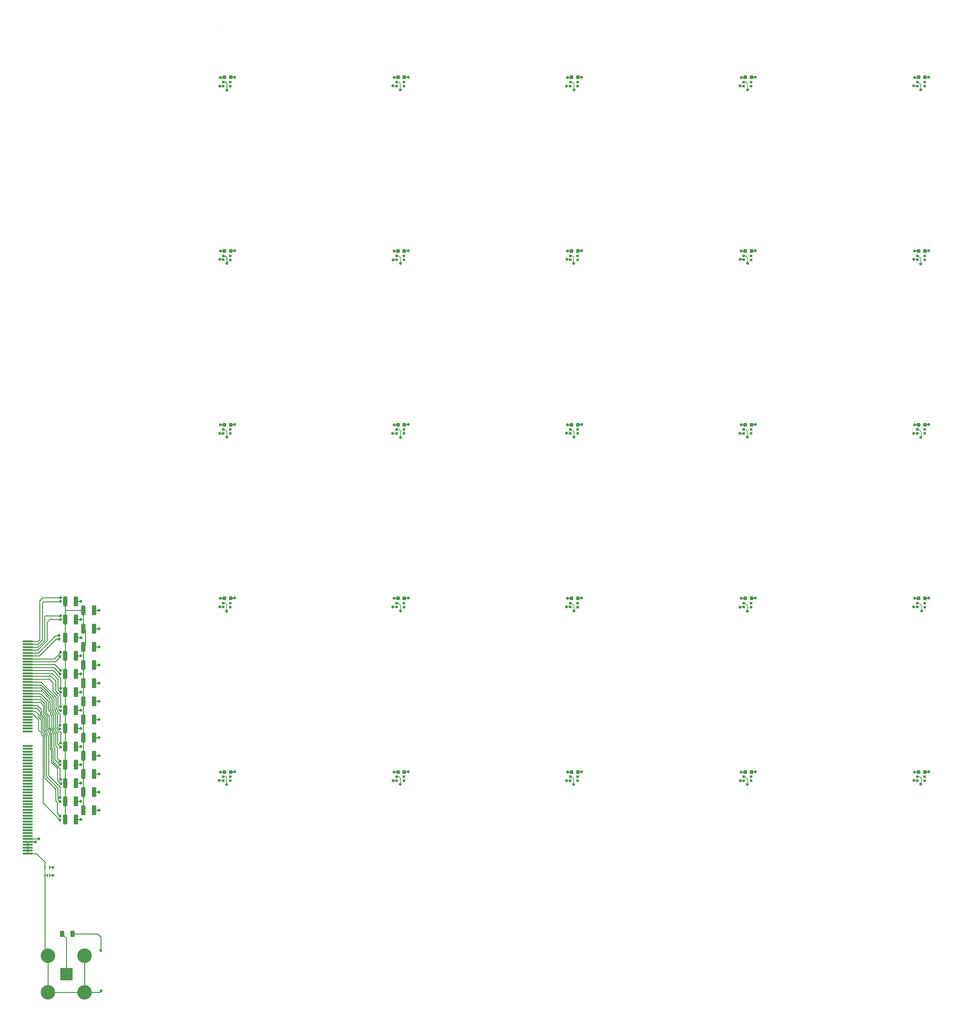
<source format=gbr>
%TF.GenerationSoftware,KiCad,Pcbnew,8.0.2-1*%
%TF.CreationDate,2024-06-03T22:08:22-04:00*%
%TF.ProjectId,Untitled,556e7469-746c-4656-942e-6b696361645f,rev?*%
%TF.SameCoordinates,Original*%
%TF.FileFunction,Copper,L1,Top*%
%TF.FilePolarity,Positive*%
%FSLAX46Y46*%
G04 Gerber Fmt 4.6, Leading zero omitted, Abs format (unit mm)*
G04 Created by KiCad (PCBNEW 8.0.2-1) date 2024-06-03 22:08:22*
%MOMM*%
%LPD*%
G01*
G04 APERTURE LIST*
G04 Aperture macros list*
%AMRoundRect*
0 Rectangle with rounded corners*
0 $1 Rounding radius*
0 $2 $3 $4 $5 $6 $7 $8 $9 X,Y pos of 4 corners*
0 Add a 4 corners polygon primitive as box body*
4,1,4,$2,$3,$4,$5,$6,$7,$8,$9,$2,$3,0*
0 Add four circle primitives for the rounded corners*
1,1,$1+$1,$2,$3*
1,1,$1+$1,$4,$5*
1,1,$1+$1,$6,$7*
1,1,$1+$1,$8,$9*
0 Add four rect primitives between the rounded corners*
20,1,$1+$1,$2,$3,$4,$5,0*
20,1,$1+$1,$4,$5,$6,$7,0*
20,1,$1+$1,$6,$7,$8,$9,0*
20,1,$1+$1,$8,$9,$2,$3,0*%
G04 Aperture macros list end*
%TA.AperFunction,SMDPad,CuDef*%
%ADD10R,0.700000X0.700000*%
%TD*%
%TA.AperFunction,SMDPad,CuDef*%
%ADD11RoundRect,0.237500X-0.287500X-0.237500X0.287500X-0.237500X0.287500X0.237500X-0.287500X0.237500X0*%
%TD*%
%TA.AperFunction,ComponentPad*%
%ADD12R,3.500000X3.500000*%
%TD*%
%TA.AperFunction,ComponentPad*%
%ADD13C,4.000000*%
%TD*%
%TA.AperFunction,SMDPad,CuDef*%
%ADD14RoundRect,0.250000X-0.312500X-0.625000X0.312500X-0.625000X0.312500X0.625000X-0.312500X0.625000X0*%
%TD*%
%TA.AperFunction,SMDPad,CuDef*%
%ADD15RoundRect,0.250000X-0.325000X-1.100000X0.325000X-1.100000X0.325000X1.100000X-0.325000X1.100000X0*%
%TD*%
%TA.AperFunction,ConnectorPad*%
%ADD16R,2.800000X0.550000*%
%TD*%
%TA.AperFunction,SMDPad,CuDef*%
%ADD17RoundRect,0.087500X-0.087500X-0.337500X0.087500X-0.337500X0.087500X0.337500X-0.087500X0.337500X0*%
%TD*%
%TA.AperFunction,ViaPad*%
%ADD18C,0.800000*%
%TD*%
%TA.AperFunction,Conductor*%
%ADD19C,0.250000*%
%TD*%
%TA.AperFunction,Conductor*%
%ADD20C,0.200000*%
%TD*%
G04 APERTURE END LIST*
D10*
%TO.P,REF\u002A\u002A21,4*%
%TO.N,N/C*%
X156002500Y-264200000D03*
%TO.P,REF\u002A\u002A21,3*%
X153977500Y-264150000D03*
D11*
%TO.P,REF\u002A\u002A21,2*%
X156125000Y-261765000D03*
D10*
X153977500Y-263100000D03*
%TO.P,REF\u002A\u002A21,1*%
X156002500Y-263100000D03*
D11*
X154375000Y-261765000D03*
%TD*%
D10*
%TO.P,REF\u002A\u002A20,4*%
%TO.N,N/C*%
X108202500Y-264200000D03*
%TO.P,REF\u002A\u002A20,3*%
X106177500Y-264150000D03*
D11*
%TO.P,REF\u002A\u002A20,2*%
X108325000Y-261765000D03*
D10*
X106177500Y-263100000D03*
%TO.P,REF\u002A\u002A20,1*%
X108202500Y-263100000D03*
D11*
X106575000Y-261765000D03*
%TD*%
D10*
%TO.P,REF\u002A\u002A5,4*%
%TO.N,N/C*%
X108202500Y-120800000D03*
%TO.P,REF\u002A\u002A5,3*%
X106177500Y-120750000D03*
D11*
%TO.P,REF\u002A\u002A5,2*%
X108325000Y-118365000D03*
D10*
X106177500Y-119700000D03*
%TO.P,REF\u002A\u002A5,1*%
X108202500Y-119700000D03*
D11*
X106575000Y-118365000D03*
%TD*%
D10*
%TO.P,REF\u002A\u002A3,4*%
%TO.N,N/C*%
X251602500Y-73000000D03*
%TO.P,REF\u002A\u002A3,3*%
X249577500Y-72950000D03*
D11*
%TO.P,REF\u002A\u002A3,2*%
X251725000Y-70565000D03*
D10*
X249577500Y-71900000D03*
%TO.P,REF\u002A\u002A3,1*%
X251602500Y-71900000D03*
D11*
X249975000Y-70565000D03*
%TD*%
D10*
%TO.P,REF\u002A\u002A4,4*%
%TO.N,N/C*%
X299402500Y-73000000D03*
%TO.P,REF\u002A\u002A4,3*%
X297377500Y-72950000D03*
D11*
%TO.P,REF\u002A\u002A4,2*%
X299525000Y-70565000D03*
D10*
X297377500Y-71900000D03*
%TO.P,REF\u002A\u002A4,1*%
X299402500Y-71900000D03*
D11*
X297775000Y-70565000D03*
%TD*%
D12*
%TO.P,LEDs,1*%
%TO.N,N/C*%
X63000000Y-317400000D03*
D13*
%TO.P,LEDs,2*%
X57975000Y-322425000D03*
X68025000Y-322425000D03*
X57975000Y-312375000D03*
X68025000Y-312375000D03*
%TD*%
D10*
%TO.P,REF\u002A\u002A2,4*%
%TO.N,N/C*%
X203802500Y-73000000D03*
%TO.P,REF\u002A\u002A2,3*%
X201777500Y-72950000D03*
D11*
%TO.P,REF\u002A\u002A2,2*%
X203925000Y-70565000D03*
D10*
X201777500Y-71900000D03*
%TO.P,REF\u002A\u002A2,1*%
X203802500Y-71900000D03*
D11*
X202175000Y-70565000D03*
%TD*%
D10*
%TO.P,REF\u002A\u002A19,4*%
%TO.N,N/C*%
X299402500Y-216400000D03*
%TO.P,REF\u002A\u002A19,3*%
X297377500Y-216350000D03*
D11*
%TO.P,REF\u002A\u002A19,2*%
X299525000Y-213965000D03*
D10*
X297377500Y-215300000D03*
%TO.P,REF\u002A\u002A19,1*%
X299402500Y-215300000D03*
D11*
X297775000Y-213965000D03*
%TD*%
D10*
%TO.P,REF\u002A\u002A7,4*%
%TO.N,N/C*%
X203802500Y-120800000D03*
%TO.P,REF\u002A\u002A7,3*%
X201777500Y-120750000D03*
D11*
%TO.P,REF\u002A\u002A7,2*%
X203925000Y-118365000D03*
D10*
X201777500Y-119700000D03*
%TO.P,REF\u002A\u002A7,1*%
X203802500Y-119700000D03*
D11*
X202175000Y-118365000D03*
%TD*%
D10*
%TO.P,REF\u002A\u002A8,4*%
%TO.N,N/C*%
X251602500Y-120800000D03*
%TO.P,REF\u002A\u002A8,3*%
X249577500Y-120750000D03*
D11*
%TO.P,REF\u002A\u002A8,2*%
X251725000Y-118365000D03*
D10*
X249577500Y-119700000D03*
%TO.P,REF\u002A\u002A8,1*%
X251602500Y-119700000D03*
D11*
X249975000Y-118365000D03*
%TD*%
D10*
%TO.P,REF\u002A\u002A14,4*%
%TO.N,N/C*%
X299402500Y-168600000D03*
%TO.P,REF\u002A\u002A14,3*%
X297377500Y-168550000D03*
D11*
%TO.P,REF\u002A\u002A14,2*%
X299525000Y-166165000D03*
D10*
X297377500Y-167500000D03*
%TO.P,REF\u002A\u002A14,1*%
X299402500Y-167500000D03*
D11*
X297775000Y-166165000D03*
%TD*%
D10*
%TO.P,REF\u002A\u002A23,4*%
%TO.N,N/C*%
X251602500Y-264200000D03*
%TO.P,REF\u002A\u002A23,3*%
X249577500Y-264150000D03*
D11*
%TO.P,REF\u002A\u002A23,2*%
X251725000Y-261765000D03*
D10*
X249577500Y-263100000D03*
%TO.P,REF\u002A\u002A23,1*%
X251602500Y-263100000D03*
D11*
X249975000Y-261765000D03*
%TD*%
D10*
%TO.P,REF\u002A\u002A24,4*%
%TO.N,N/C*%
X299402500Y-264200000D03*
%TO.P,REF\u002A\u002A24,3*%
X297377500Y-264150000D03*
D11*
%TO.P,REF\u002A\u002A24,2*%
X299525000Y-261765000D03*
D10*
X297377500Y-263100000D03*
%TO.P,REF\u002A\u002A24,1*%
X299402500Y-263100000D03*
D11*
X297775000Y-261765000D03*
%TD*%
D10*
%TO.P,REF\u002A\u002A16,4*%
%TO.N,N/C*%
X156002500Y-216400000D03*
%TO.P,REF\u002A\u002A16,3*%
X153977500Y-216350000D03*
D11*
%TO.P,REF\u002A\u002A16,2*%
X156125000Y-213965000D03*
D10*
X153977500Y-215300000D03*
%TO.P,REF\u002A\u002A16,1*%
X156002500Y-215300000D03*
D11*
X154375000Y-213965000D03*
%TD*%
D10*
%TO.P,REF\u002A\u002A10,4*%
%TO.N,N/C*%
X108202500Y-168600000D03*
%TO.P,REF\u002A\u002A10,3*%
X106177500Y-168550000D03*
D11*
%TO.P,REF\u002A\u002A10,2*%
X108325000Y-166165000D03*
D10*
X106177500Y-167500000D03*
%TO.P,REF\u002A\u002A10,1*%
X108202500Y-167500000D03*
D11*
X106575000Y-166165000D03*
%TD*%
D10*
%TO.P,REF\u002A\u002A6,4*%
%TO.N,N/C*%
X156002500Y-120800000D03*
%TO.P,REF\u002A\u002A6,3*%
X153977500Y-120750000D03*
D11*
%TO.P,REF\u002A\u002A6,2*%
X156125000Y-118365000D03*
D10*
X153977500Y-119700000D03*
%TO.P,REF\u002A\u002A6,1*%
X156002500Y-119700000D03*
D11*
X154375000Y-118365000D03*
%TD*%
D10*
%TO.P,REF\u002A\u002A17,4*%
%TO.N,N/C*%
X203802500Y-216400000D03*
%TO.P,REF\u002A\u002A17,3*%
X201777500Y-216350000D03*
D11*
%TO.P,REF\u002A\u002A17,2*%
X203925000Y-213965000D03*
D10*
X201777500Y-215300000D03*
%TO.P,REF\u002A\u002A17,1*%
X203802500Y-215300000D03*
D11*
X202175000Y-213965000D03*
%TD*%
D10*
%TO.P,REF\u002A\u002A12,4*%
%TO.N,N/C*%
X203802500Y-168600000D03*
%TO.P,REF\u002A\u002A12,3*%
X201777500Y-168550000D03*
D11*
%TO.P,REF\u002A\u002A12,2*%
X203925000Y-166165000D03*
D10*
X201777500Y-167500000D03*
%TO.P,REF\u002A\u002A12,1*%
X203802500Y-167500000D03*
D11*
X202175000Y-166165000D03*
%TD*%
D10*
%TO.P,REF\u002A\u002A22,4*%
%TO.N,N/C*%
X203802500Y-264200000D03*
%TO.P,REF\u002A\u002A22,3*%
X201777500Y-264150000D03*
D11*
%TO.P,REF\u002A\u002A22,2*%
X203925000Y-261765000D03*
D10*
X201777500Y-263100000D03*
%TO.P,REF\u002A\u002A22,1*%
X203802500Y-263100000D03*
D11*
X202175000Y-261765000D03*
%TD*%
D10*
%TO.P,REF\u002A\u002A15,4*%
%TO.N,N/C*%
X108202500Y-216400000D03*
%TO.P,REF\u002A\u002A15,3*%
X106177500Y-216350000D03*
D11*
%TO.P,REF\u002A\u002A15,2*%
X108325000Y-213965000D03*
D10*
X106177500Y-215300000D03*
%TO.P,REF\u002A\u002A15,1*%
X108202500Y-215300000D03*
D11*
X106575000Y-213965000D03*
%TD*%
D14*
%TO.P,50 \u03A9,1*%
%TO.N,N/C*%
X61837500Y-306300000D03*
%TO.P,50 \u03A9,2*%
X64762500Y-306300000D03*
%TD*%
D10*
%TO.P,REF\u002A\u002A9,4*%
%TO.N,N/C*%
X299402500Y-120800000D03*
%TO.P,REF\u002A\u002A9,3*%
X297377500Y-120750000D03*
D11*
%TO.P,REF\u002A\u002A9,2*%
X299525000Y-118365000D03*
D10*
X297377500Y-119700000D03*
%TO.P,REF\u002A\u002A9,1*%
X299402500Y-119700000D03*
D11*
X297775000Y-118365000D03*
%TD*%
D10*
%TO.P,REF\u002A\u002A13,4*%
%TO.N,N/C*%
X251602500Y-168600000D03*
%TO.P,REF\u002A\u002A13,3*%
X249577500Y-168550000D03*
D11*
%TO.P,REF\u002A\u002A13,2*%
X251725000Y-166165000D03*
D10*
X249577500Y-167500000D03*
%TO.P,REF\u002A\u002A13,1*%
X251602500Y-167500000D03*
D11*
X249975000Y-166165000D03*
%TD*%
D10*
%TO.P,REF\u002A\u002A1,4*%
%TO.N,N/C*%
X156002500Y-73000000D03*
%TO.P,REF\u002A\u002A1,3*%
X153977500Y-72950000D03*
D11*
%TO.P,REF\u002A\u002A1,2*%
X156125000Y-70565000D03*
D10*
X153977500Y-71900000D03*
%TO.P,REF\u002A\u002A1,1*%
X156002500Y-71900000D03*
D11*
X154375000Y-70565000D03*
%TD*%
D10*
%TO.P,REF\u002A\u002A18,4*%
%TO.N,N/C*%
X251602500Y-216400000D03*
%TO.P,REF\u002A\u002A18,3*%
X249577500Y-216350000D03*
D11*
%TO.P,REF\u002A\u002A18,2*%
X251725000Y-213965000D03*
D10*
X249577500Y-215300000D03*
%TO.P,REF\u002A\u002A18,1*%
X251602500Y-215300000D03*
D11*
X249975000Y-213965000D03*
%TD*%
D10*
%TO.P,REF\u002A\u002A,4*%
%TO.N,N/C*%
X108202500Y-73000000D03*
%TO.P,REF\u002A\u002A,3*%
X106177500Y-72950000D03*
D11*
%TO.P,REF\u002A\u002A,2*%
X108325000Y-70565000D03*
D10*
X106177500Y-71900000D03*
%TO.P,REF\u002A\u002A,1*%
X108202500Y-71900000D03*
D11*
X106575000Y-70565000D03*
%TD*%
D10*
%TO.P,REF\u002A\u002A11,4*%
%TO.N,N/C*%
X156002500Y-168600000D03*
%TO.P,REF\u002A\u002A11,3*%
X153977500Y-168550000D03*
D11*
%TO.P,REF\u002A\u002A11,2*%
X156125000Y-166165000D03*
D10*
X153977500Y-167500000D03*
%TO.P,REF\u002A\u002A11,1*%
X156002500Y-167500000D03*
D11*
X154375000Y-166165000D03*
%TD*%
D15*
%TO.P,10 nF,1*%
%TO.N,N/C*%
X62725000Y-254800000D03*
%TO.P,10 nF,2*%
X65675000Y-254800000D03*
%TD*%
%TO.P,10 nF,1*%
%TO.N,N/C*%
X67725000Y-237300000D03*
%TO.P,10 nF,2*%
X70675000Y-237300000D03*
%TD*%
%TO.P,10 nF,1*%
%TO.N,N/C*%
X62725000Y-269800000D03*
%TO.P,10 nF,2*%
X65675000Y-269800000D03*
%TD*%
D16*
%TO.P,REF\u002A\u002A,1*%
%TO.N,N/C*%
X52400000Y-225800000D03*
%TO.P,REF\u002A\u002A,3*%
X52400000Y-226600000D03*
%TO.P,REF\u002A\u002A,5*%
X52400000Y-227400000D03*
%TO.P,REF\u002A\u002A,7*%
X52400000Y-228200000D03*
%TO.P,REF\u002A\u002A,9*%
X52400000Y-229000000D03*
%TO.P,REF\u002A\u002A,11*%
X52400000Y-229800000D03*
%TO.P,REF\u002A\u002A,13*%
X52400000Y-230600000D03*
%TO.P,REF\u002A\u002A,15*%
X52400000Y-231400000D03*
%TO.P,REF\u002A\u002A,17*%
X52400000Y-232200000D03*
%TO.P,REF\u002A\u002A,19*%
X52400000Y-233000000D03*
%TO.P,REF\u002A\u002A,21*%
X52400000Y-233800000D03*
%TO.P,REF\u002A\u002A,23*%
X52400000Y-234600000D03*
%TO.P,REF\u002A\u002A,25*%
X52400000Y-235400000D03*
%TO.P,REF\u002A\u002A,27*%
X52400000Y-236200000D03*
%TO.P,REF\u002A\u002A,29*%
X52400000Y-237000000D03*
%TO.P,REF\u002A\u002A,31*%
X52400000Y-237800000D03*
%TO.P,REF\u002A\u002A,33*%
X52400000Y-238600000D03*
%TO.P,REF\u002A\u002A,35*%
X52400000Y-239400000D03*
%TO.P,REF\u002A\u002A,37*%
X52400000Y-240200000D03*
%TO.P,REF\u002A\u002A,39*%
X52400000Y-241000000D03*
%TO.P,REF\u002A\u002A,41*%
X52400000Y-241800000D03*
%TO.P,REF\u002A\u002A,43*%
X52400000Y-242600000D03*
%TO.P,REF\u002A\u002A,45*%
X52400000Y-243400000D03*
%TO.P,REF\u002A\u002A,47*%
X52400000Y-244200000D03*
%TO.P,REF\u002A\u002A,49*%
X52400000Y-245000000D03*
%TO.P,REF\u002A\u002A,51*%
X52400000Y-245800000D03*
%TO.P,REF\u002A\u002A,53*%
X52400000Y-246600000D03*
%TO.P,REF\u002A\u002A,55*%
X52400000Y-247400000D03*
%TO.P,REF\u002A\u002A,57*%
X52400000Y-248200000D03*
%TO.P,REF\u002A\u002A,59*%
X52400000Y-249000000D03*
%TO.P,REF\u002A\u002A,61*%
X52400000Y-249800000D03*
%TO.P,REF\u002A\u002A,63*%
X52400000Y-250600000D03*
%TO.P,REF\u002A\u002A,65*%
X52400000Y-254600000D03*
%TO.P,REF\u002A\u002A,67*%
X52400000Y-255400000D03*
%TO.P,REF\u002A\u002A,69*%
X52400000Y-256200000D03*
%TO.P,REF\u002A\u002A,71*%
X52400000Y-257000000D03*
%TO.P,REF\u002A\u002A,73*%
X52400000Y-257800000D03*
%TO.P,REF\u002A\u002A,75*%
X52400000Y-258600000D03*
%TO.P,REF\u002A\u002A,77*%
X52400000Y-259400000D03*
%TO.P,REF\u002A\u002A,79*%
X52400000Y-260200000D03*
%TO.P,REF\u002A\u002A,81*%
X52400000Y-261000000D03*
%TO.P,REF\u002A\u002A,83*%
X52400000Y-261800000D03*
%TO.P,REF\u002A\u002A,85*%
X52400000Y-262600000D03*
%TO.P,REF\u002A\u002A,87*%
X52400000Y-263400000D03*
%TO.P,REF\u002A\u002A,89*%
X52400000Y-264200000D03*
%TO.P,REF\u002A\u002A,91*%
X52400000Y-265000000D03*
%TO.P,REF\u002A\u002A,93*%
X52400000Y-265800000D03*
%TO.P,REF\u002A\u002A,95*%
X52400000Y-266600000D03*
%TO.P,REF\u002A\u002A,97*%
X52400000Y-267400000D03*
%TO.P,REF\u002A\u002A,99*%
X52400000Y-268200000D03*
%TO.P,REF\u002A\u002A,101*%
X52400000Y-269000000D03*
%TO.P,REF\u002A\u002A,103*%
X52400000Y-269800000D03*
%TO.P,REF\u002A\u002A,105*%
X52400000Y-270600000D03*
%TO.P,REF\u002A\u002A,107*%
X52400000Y-271400000D03*
%TO.P,REF\u002A\u002A,109*%
X52400000Y-272200000D03*
%TO.P,REF\u002A\u002A,111*%
X52400000Y-273000000D03*
%TO.P,REF\u002A\u002A,113*%
X52400000Y-273800000D03*
%TO.P,REF\u002A\u002A,115*%
X52400000Y-274600000D03*
%TO.P,REF\u002A\u002A,117*%
X52400000Y-275400000D03*
%TO.P,REF\u002A\u002A,119*%
X52400000Y-276200000D03*
%TO.P,REF\u002A\u002A,121*%
X52400000Y-277000000D03*
%TO.P,REF\u002A\u002A,123*%
X52400000Y-277800000D03*
%TO.P,REF\u002A\u002A,125*%
X52400000Y-278600000D03*
%TO.P,REF\u002A\u002A,127*%
X52400000Y-279400000D03*
%TO.P,REF\u002A\u002A,129*%
X52400000Y-280200000D03*
%TO.P,REF\u002A\u002A,131*%
X52400000Y-281000000D03*
%TO.P,REF\u002A\u002A,133*%
X52400000Y-281800000D03*
%TO.P,REF\u002A\u002A,135*%
X52400000Y-282600000D03*
%TO.P,REF\u002A\u002A,137*%
X52400000Y-283400000D03*
%TO.P,REF\u002A\u002A,139*%
X52400000Y-284200000D03*
%TD*%
D15*
%TO.P,10 nF,1*%
%TO.N,N/C*%
X67725000Y-272300000D03*
%TO.P,10 nF,2*%
X70675000Y-272300000D03*
%TD*%
D17*
%TO.P,Temp1,1*%
%TO.N,N/C*%
X57100000Y-290200000D03*
%TO.P,Temp1,2*%
X57750000Y-290200000D03*
%TO.P,Temp1,3*%
X58400000Y-290200000D03*
%TO.P,Temp1,4*%
X58400000Y-288000000D03*
%TO.P,Temp1,5*%
X57100000Y-288000000D03*
%TD*%
D15*
%TO.P,10 nF,1*%
%TO.N,N/C*%
X67725000Y-227300000D03*
%TO.P,10 nF,2*%
X70675000Y-227300000D03*
%TD*%
%TO.P,10 nF,1*%
%TO.N,N/C*%
X67725000Y-257300000D03*
%TO.P,10 nF,2*%
X70675000Y-257300000D03*
%TD*%
%TO.P,10 nF,1*%
%TO.N,N/C*%
X62725000Y-249800000D03*
%TO.P,10 nF,2*%
X65675000Y-249800000D03*
%TD*%
%TO.P,10 nF,1*%
%TO.N,N/C*%
X62725000Y-274800000D03*
%TO.P,10 nF,2*%
X65675000Y-274800000D03*
%TD*%
%TO.P,10 nF,1*%
%TO.N,N/C*%
X67725000Y-232300000D03*
%TO.P,10 nF,2*%
X70675000Y-232300000D03*
%TD*%
%TO.P,10 nF,1*%
%TO.N,N/C*%
X67725000Y-242300000D03*
%TO.P,10 nF,2*%
X70675000Y-242300000D03*
%TD*%
%TO.P,10 nF,1*%
%TO.N,N/C*%
X67725000Y-222300000D03*
%TO.P,10 nF,2*%
X70675000Y-222300000D03*
%TD*%
%TO.P,10 nF,1*%
%TO.N,N/C*%
X62725000Y-259800000D03*
%TO.P,10 nF,2*%
X65675000Y-259800000D03*
%TD*%
%TO.P,10 nF,1*%
%TO.N,N/C*%
X62725000Y-239800000D03*
%TO.P,10 nF,2*%
X65675000Y-239800000D03*
%TD*%
%TO.P,10 nF,1*%
%TO.N,N/C*%
X67725000Y-217300000D03*
%TO.P,10 nF,2*%
X70675000Y-217300000D03*
%TD*%
%TO.P,10 nF,1*%
%TO.N,N/C*%
X67725000Y-267300000D03*
%TO.P,10 nF,2*%
X70675000Y-267300000D03*
%TD*%
%TO.P,10 nF,1*%
%TO.N,N/C*%
X62725000Y-219800000D03*
%TO.P,10 nF,2*%
X65675000Y-219800000D03*
%TD*%
%TO.P,10 nF,1*%
%TO.N,N/C*%
X67725000Y-252300000D03*
%TO.P,10 nF,2*%
X70675000Y-252300000D03*
%TD*%
%TO.P,10 nF,1*%
%TO.N,N/C*%
X67725000Y-247300000D03*
%TO.P,10 nF,2*%
X70675000Y-247300000D03*
%TD*%
%TO.P,10 nF,1*%
%TO.N,N/C*%
X62725000Y-229800000D03*
%TO.P,10 nF,2*%
X65675000Y-229800000D03*
%TD*%
%TO.P,10 nF,1*%
%TO.N,N/C*%
X62725000Y-264800000D03*
%TO.P,10 nF,2*%
X65675000Y-264800000D03*
%TD*%
%TO.P,10 nF,1*%
%TO.N,N/C*%
X67725000Y-262300000D03*
%TO.P,10 nF,2*%
X70675000Y-262300000D03*
%TD*%
%TO.P,10 nF,1*%
%TO.N,N/C*%
X62725000Y-214800000D03*
%TO.P,10 nF,2*%
X65675000Y-214800000D03*
%TD*%
%TO.P,10 nF,1*%
%TO.N,N/C*%
X62725000Y-224800000D03*
%TO.P,10 nF,2*%
X65675000Y-224800000D03*
%TD*%
%TO.P,10 nF,1*%
%TO.N,N/C*%
X62725000Y-244800000D03*
%TO.P,10 nF,2*%
X65675000Y-244800000D03*
%TD*%
%TO.P,10 nF,1*%
%TO.N,N/C*%
X62725000Y-234800000D03*
%TO.P,10 nF,2*%
X65675000Y-234800000D03*
%TD*%
D18*
%TO.N,*%
X154960000Y-265190000D03*
X248660000Y-120690000D03*
X252760000Y-118290000D03*
X155060000Y-169690000D03*
X204960000Y-213890000D03*
X300560000Y-70490000D03*
X153260000Y-166190000D03*
X204960000Y-70490000D03*
X105260000Y-168590000D03*
X200860000Y-120690000D03*
X202760000Y-265190000D03*
X105260000Y-216290000D03*
X296660000Y-261790000D03*
X105460000Y-213990000D03*
X248560000Y-168590000D03*
X296460000Y-264090000D03*
X109360000Y-166090000D03*
X154960000Y-73990000D03*
X201060000Y-118390000D03*
X72500000Y-310900000D03*
X155060000Y-121790000D03*
X105460000Y-166190000D03*
X105460000Y-261790000D03*
X248860000Y-118390000D03*
X298360000Y-265090000D03*
X105260000Y-72990000D03*
X153260000Y-118390000D03*
X153060000Y-264190000D03*
X200760000Y-264190000D03*
X105260000Y-120690000D03*
X201060000Y-213990000D03*
X248860000Y-213990000D03*
X152960000Y-72890000D03*
X107260000Y-121790000D03*
X107260000Y-169590000D03*
X153260000Y-70590000D03*
X109360000Y-70490000D03*
X202860000Y-169590000D03*
X201060000Y-70590000D03*
X300560000Y-261690000D03*
X296660000Y-166190000D03*
X248560000Y-72890000D03*
X153260000Y-261790000D03*
X298360000Y-169690000D03*
X107260000Y-74090000D03*
X300560000Y-213890000D03*
X248860000Y-166190000D03*
X157160000Y-261690000D03*
X109360000Y-261690000D03*
X107160000Y-265190000D03*
X202760000Y-121790000D03*
X296360000Y-216290000D03*
X250560000Y-265190000D03*
X252760000Y-261690000D03*
X248560000Y-216390000D03*
X200760000Y-216290000D03*
X152960000Y-216290000D03*
X200760000Y-168490000D03*
X72600000Y-322000000D03*
X204960000Y-118290000D03*
X153060000Y-120790000D03*
X296660000Y-70590000D03*
X155060000Y-217390000D03*
X296360000Y-72890000D03*
X300560000Y-118290000D03*
X157160000Y-213890000D03*
X157160000Y-70490000D03*
X153260000Y-213990000D03*
X298360000Y-73990000D03*
X202860000Y-73990000D03*
X105160000Y-264090000D03*
X109360000Y-118290000D03*
X152860000Y-168590000D03*
X300560000Y-166090000D03*
X250660000Y-73990000D03*
X105460000Y-118390000D03*
X252760000Y-70490000D03*
X252760000Y-213890000D03*
X298560000Y-217390000D03*
X107160000Y-217490000D03*
X157160000Y-166090000D03*
X157160000Y-118290000D03*
X296660000Y-118390000D03*
X248860000Y-70590000D03*
X204960000Y-261690000D03*
X109360000Y-213890000D03*
X250560000Y-217490000D03*
X201060000Y-261790000D03*
X202860000Y-217390000D03*
X252760000Y-166090000D03*
X105460000Y-70590000D03*
X248660000Y-264190000D03*
X204960000Y-166090000D03*
X296360000Y-168590000D03*
X248860000Y-261790000D03*
X250560000Y-169590000D03*
X201060000Y-166190000D03*
X200760000Y-72990000D03*
X296360000Y-120690000D03*
X298360000Y-121890000D03*
X296660000Y-213990000D03*
X250660000Y-121790000D03*
X59300000Y-290200000D03*
X67000000Y-244800000D03*
X72000000Y-237300000D03*
X61300000Y-234800000D03*
X72000000Y-227300000D03*
X67100000Y-224800000D03*
X61300000Y-269900000D03*
X67000000Y-264800000D03*
X61400000Y-219800000D03*
X61400000Y-263800000D03*
X72000000Y-232300000D03*
X61400000Y-213800000D03*
X72000000Y-242300000D03*
X72000000Y-262300000D03*
X72000000Y-252300000D03*
X67000000Y-269800000D03*
X55400000Y-280200000D03*
X67000000Y-249800000D03*
X67000000Y-219800000D03*
X72000000Y-272300000D03*
X61400000Y-238800000D03*
X61400000Y-214800000D03*
X61000000Y-225200000D03*
X61200000Y-249900000D03*
X54500000Y-281000000D03*
X67000000Y-259800000D03*
X61300000Y-248900000D03*
X61300000Y-230000000D03*
X67000000Y-274800000D03*
X61400000Y-244900000D03*
X61300000Y-258800000D03*
X61300000Y-268800000D03*
X61300000Y-275000000D03*
X67000000Y-229800000D03*
X72000000Y-267300000D03*
X61300000Y-273900000D03*
X61300000Y-259800000D03*
X67000000Y-239800000D03*
X59300000Y-288000000D03*
X72000000Y-217300000D03*
X67000000Y-254800000D03*
X61000000Y-224200000D03*
X61400000Y-239800000D03*
X61400000Y-228800000D03*
X61400000Y-243800000D03*
X67000000Y-214800000D03*
X72000000Y-247300000D03*
X61400000Y-253800000D03*
X61400000Y-254900000D03*
X61400000Y-233800000D03*
X72000000Y-222300000D03*
X61500000Y-265000000D03*
X61400000Y-218800000D03*
X72000000Y-257300000D03*
X67000000Y-234800000D03*
%TD*%
D19*
%TO.N,*%
X57100000Y-290200000D02*
X57100000Y-311500000D01*
X57100000Y-311500000D02*
X57975000Y-312375000D01*
D20*
X201777500Y-264150000D02*
X200800000Y-264150000D01*
X201717500Y-168490000D02*
X201777500Y-168550000D01*
X153020000Y-216350000D02*
X152960000Y-216290000D01*
X154670000Y-167500000D02*
X155060000Y-167890000D01*
X251725000Y-213965000D02*
X252685000Y-213965000D01*
X297317500Y-72890000D02*
X297377500Y-72950000D01*
X296360000Y-120690000D02*
X297317500Y-120690000D01*
X298360000Y-120390000D02*
X298360000Y-121890000D01*
X200760000Y-72990000D02*
X201737500Y-72990000D01*
D19*
X248860000Y-213990000D02*
X249950000Y-213990000D01*
D20*
X154570000Y-71900000D02*
X154960000Y-72290000D01*
D19*
X107230000Y-120190000D02*
X107230000Y-121760000D01*
D20*
X250660000Y-120190000D02*
X250660000Y-121790000D01*
X248660000Y-264190000D02*
X249537500Y-264190000D01*
X202570000Y-71900000D02*
X202860000Y-72190000D01*
X106177500Y-263100000D02*
X106870000Y-263100000D01*
X155060000Y-263490000D02*
X155060000Y-265090000D01*
X156125000Y-118365000D02*
X157085000Y-118365000D01*
X106870000Y-263100000D02*
X107160000Y-263390000D01*
X106137500Y-168590000D02*
X106177500Y-168550000D01*
X297337500Y-168590000D02*
X297377500Y-168550000D01*
D19*
X153260000Y-70590000D02*
X154350000Y-70590000D01*
D20*
X201777500Y-216350000D02*
X200820000Y-216350000D01*
X250660000Y-215990000D02*
X250660000Y-217390000D01*
D19*
X63000000Y-307462500D02*
X61837500Y-306300000D01*
D20*
X201777500Y-119700000D02*
X202370000Y-119700000D01*
X106670000Y-167500000D02*
X106177500Y-167500000D01*
X202860000Y-168190000D02*
X202860000Y-169590000D01*
X108325000Y-118365000D02*
X109285000Y-118365000D01*
X297377500Y-71900000D02*
X297670000Y-71900000D01*
X203925000Y-118365000D02*
X204885000Y-118365000D01*
X105260000Y-168590000D02*
X106137500Y-168590000D01*
X249970000Y-263100000D02*
X250660000Y-263790000D01*
X250660000Y-265090000D02*
X250560000Y-265190000D01*
X298460000Y-264990000D02*
X298360000Y-265090000D01*
D19*
X248860000Y-118390000D02*
X249950000Y-118390000D01*
D20*
X297377500Y-215300000D02*
X297870000Y-215300000D01*
X106117500Y-120690000D02*
X106177500Y-120750000D01*
X297377500Y-119700000D02*
X297670000Y-119700000D01*
X202860000Y-215990000D02*
X202860000Y-217390000D01*
X108325000Y-261765000D02*
X109285000Y-261765000D01*
X202270000Y-263100000D02*
X202760000Y-263590000D01*
X154670000Y-263100000D02*
X155060000Y-263490000D01*
X250170000Y-119700000D02*
X250660000Y-120190000D01*
X251725000Y-261765000D02*
X252685000Y-261765000D01*
D19*
X106177500Y-119700000D02*
X106740000Y-119700000D01*
X296660000Y-213990000D02*
X297750000Y-213990000D01*
X63000000Y-317400000D02*
X63000000Y-307462500D01*
D20*
X156125000Y-70565000D02*
X157085000Y-70565000D01*
D19*
X201060000Y-166190000D02*
X202150000Y-166190000D01*
X57975000Y-312375000D02*
X57975000Y-322425000D01*
D20*
X106117500Y-264090000D02*
X106177500Y-264150000D01*
D19*
X105460000Y-118390000D02*
X106550000Y-118390000D01*
X248860000Y-70590000D02*
X249950000Y-70590000D01*
D20*
X203925000Y-70565000D02*
X204885000Y-70565000D01*
X249970000Y-215300000D02*
X250660000Y-215990000D01*
X250660000Y-217390000D02*
X250560000Y-217490000D01*
X156125000Y-213965000D02*
X157085000Y-213965000D01*
X297670000Y-119700000D02*
X298360000Y-120390000D01*
X201777500Y-263100000D02*
X202270000Y-263100000D01*
X251725000Y-166165000D02*
X252685000Y-166165000D01*
X155060000Y-167890000D02*
X155060000Y-169690000D01*
D19*
X201060000Y-213990000D02*
X202150000Y-213990000D01*
D20*
X153937500Y-168590000D02*
X153977500Y-168550000D01*
X248600000Y-216350000D02*
X248560000Y-216390000D01*
D19*
X72500000Y-307137500D02*
X71662500Y-306300000D01*
D20*
X153977500Y-119700000D02*
X154570000Y-119700000D01*
X152960000Y-72890000D02*
X153917500Y-72890000D01*
X156125000Y-166165000D02*
X157085000Y-166165000D01*
D19*
X105460000Y-213990000D02*
X106550000Y-213990000D01*
D20*
X249537500Y-264190000D02*
X249577500Y-264150000D01*
X154570000Y-119700000D02*
X155060000Y-120190000D01*
X202170000Y-167500000D02*
X202860000Y-168190000D01*
X106177500Y-215300000D02*
X106770000Y-215300000D01*
X201777500Y-71900000D02*
X202570000Y-71900000D01*
X155060000Y-215890000D02*
X155060000Y-217390000D01*
D19*
X106550000Y-70590000D02*
X106575000Y-70565000D01*
X248860000Y-261790000D02*
X249950000Y-261790000D01*
X296660000Y-166190000D02*
X297750000Y-166190000D01*
X105260000Y-72990000D02*
X106137500Y-72990000D01*
D20*
X249577500Y-168550000D02*
X248600000Y-168550000D01*
X107260000Y-168090000D02*
X106670000Y-167500000D01*
X105160000Y-264090000D02*
X106117500Y-264090000D01*
X202370000Y-119700000D02*
X202760000Y-120090000D01*
X298560000Y-169490000D02*
X298360000Y-169690000D01*
X106770000Y-215300000D02*
X107160000Y-215690000D01*
X153977500Y-167500000D02*
X154670000Y-167500000D01*
X201777500Y-215300000D02*
X202170000Y-215300000D01*
X153977500Y-215300000D02*
X154470000Y-215300000D01*
X297870000Y-215300000D02*
X298560000Y-215990000D01*
X201777500Y-167500000D02*
X202170000Y-167500000D01*
D19*
X71662500Y-306300000D02*
X64762500Y-306300000D01*
D20*
X250660000Y-263790000D02*
X250660000Y-265090000D01*
D19*
X201060000Y-70590000D02*
X202150000Y-70590000D01*
X105460000Y-261790000D02*
X106550000Y-261790000D01*
D20*
X107260000Y-169590000D02*
X107260000Y-168090000D01*
X202860000Y-72190000D02*
X202860000Y-73990000D01*
D19*
X107260000Y-74090000D02*
X107260000Y-72190000D01*
D20*
X250660000Y-72290000D02*
X250660000Y-73990000D01*
X250070000Y-167500000D02*
X250560000Y-167990000D01*
X200760000Y-168490000D02*
X201717500Y-168490000D01*
X249577500Y-119700000D02*
X250170000Y-119700000D01*
X153060000Y-264190000D02*
X153937500Y-264190000D01*
D19*
X107260000Y-72190000D02*
X106970000Y-71900000D01*
D20*
X249577500Y-216350000D02*
X248600000Y-216350000D01*
X153937500Y-264190000D02*
X153977500Y-264150000D01*
X104640000Y-56100000D02*
X104615000Y-56125000D01*
D19*
X72175000Y-322425000D02*
X68025000Y-322425000D01*
D20*
X298070000Y-263100000D02*
X298460000Y-263490000D01*
X299525000Y-118365000D02*
X300485000Y-118365000D01*
X107160000Y-263390000D02*
X107160000Y-265190000D01*
X153977500Y-216350000D02*
X153020000Y-216350000D01*
X155060000Y-120190000D02*
X155060000Y-121790000D01*
X108325000Y-70565000D02*
X109285000Y-70565000D01*
D19*
X201060000Y-261790000D02*
X202150000Y-261790000D01*
D20*
X153060000Y-120790000D02*
X153937500Y-120790000D01*
X249577500Y-167500000D02*
X250070000Y-167500000D01*
D19*
X153260000Y-261790000D02*
X154350000Y-261790000D01*
D20*
X298560000Y-215990000D02*
X298560000Y-217390000D01*
D19*
X153260000Y-166190000D02*
X154350000Y-166190000D01*
D20*
X298460000Y-263490000D02*
X298460000Y-264990000D01*
D19*
X248860000Y-166190000D02*
X249950000Y-166190000D01*
X106740000Y-119700000D02*
X107230000Y-120190000D01*
D20*
X201777500Y-120750000D02*
X200920000Y-120750000D01*
X106117500Y-216290000D02*
X106177500Y-216350000D01*
X299525000Y-70565000D02*
X300485000Y-70565000D01*
X297377500Y-264150000D02*
X296520000Y-264150000D01*
D19*
X153260000Y-213990000D02*
X154350000Y-213990000D01*
D20*
X153977500Y-263100000D02*
X154670000Y-263100000D01*
X251725000Y-118365000D02*
X252685000Y-118365000D01*
X203925000Y-213965000D02*
X204885000Y-213965000D01*
X249577500Y-71900000D02*
X250270000Y-71900000D01*
X249517500Y-72890000D02*
X249577500Y-72950000D01*
D19*
X106970000Y-71900000D02*
X106177500Y-71900000D01*
D20*
X297670000Y-71900000D02*
X298360000Y-72590000D01*
X200820000Y-216350000D02*
X200760000Y-216290000D01*
X297377500Y-167500000D02*
X297770000Y-167500000D01*
X298560000Y-168290000D02*
X298560000Y-169490000D01*
D19*
X105460000Y-166190000D02*
X106550000Y-166190000D01*
D20*
X154470000Y-215300000D02*
X155060000Y-215890000D01*
X296420000Y-216350000D02*
X296360000Y-216290000D01*
X105260000Y-120690000D02*
X106117500Y-120690000D01*
X202170000Y-215300000D02*
X202860000Y-215990000D01*
D19*
X296660000Y-118390000D02*
X297750000Y-118390000D01*
D20*
X297317500Y-120690000D02*
X297377500Y-120750000D01*
X108325000Y-166165000D02*
X109285000Y-166165000D01*
D19*
X68025000Y-322425000D02*
X68025000Y-312375000D01*
D20*
X248560000Y-72890000D02*
X249517500Y-72890000D01*
D19*
X105460000Y-70590000D02*
X106550000Y-70590000D01*
X296660000Y-70590000D02*
X297750000Y-70590000D01*
D20*
X297377500Y-216350000D02*
X296420000Y-216350000D01*
X203925000Y-261765000D02*
X204885000Y-261765000D01*
X109285000Y-70565000D02*
X109360000Y-70490000D01*
X155060000Y-265090000D02*
X154960000Y-265190000D01*
X248600000Y-168550000D02*
X248560000Y-168590000D01*
X201737500Y-72990000D02*
X201777500Y-72950000D01*
D19*
X57975000Y-322425000D02*
X68025000Y-322425000D01*
D20*
X297377500Y-263100000D02*
X298070000Y-263100000D01*
X296360000Y-168590000D02*
X297337500Y-168590000D01*
D19*
X296660000Y-261790000D02*
X297750000Y-261790000D01*
D20*
X251725000Y-70565000D02*
X252685000Y-70565000D01*
X249577500Y-215300000D02*
X249970000Y-215300000D01*
X152860000Y-168590000D02*
X153937500Y-168590000D01*
X250560000Y-167990000D02*
X250560000Y-169590000D01*
X156125000Y-261765000D02*
X157085000Y-261765000D01*
X249577500Y-120750000D02*
X248720000Y-120750000D01*
D19*
X107230000Y-121760000D02*
X107260000Y-121790000D01*
X72600000Y-322000000D02*
X72175000Y-322425000D01*
D20*
X250270000Y-71900000D02*
X250660000Y-72290000D01*
X298360000Y-72590000D02*
X298360000Y-73990000D01*
X203925000Y-166165000D02*
X204885000Y-166165000D01*
X154960000Y-72290000D02*
X154960000Y-73990000D01*
X108325000Y-213965000D02*
X109285000Y-213965000D01*
D19*
X201060000Y-118390000D02*
X202150000Y-118390000D01*
D20*
X153937500Y-120790000D02*
X153977500Y-120750000D01*
X299525000Y-213965000D02*
X300485000Y-213965000D01*
X299525000Y-261765000D02*
X300485000Y-261765000D01*
X200920000Y-120750000D02*
X200860000Y-120690000D01*
X202760000Y-120090000D02*
X202760000Y-121790000D01*
X248720000Y-120750000D02*
X248660000Y-120690000D01*
X249577500Y-263100000D02*
X249970000Y-263100000D01*
X297770000Y-167500000D02*
X298560000Y-168290000D01*
X153977500Y-71900000D02*
X154570000Y-71900000D01*
D19*
X106177500Y-72950000D02*
X106017500Y-72790000D01*
D20*
X200800000Y-264150000D02*
X200760000Y-264190000D01*
X202760000Y-263590000D02*
X202760000Y-265190000D01*
X296360000Y-72890000D02*
X297317500Y-72890000D01*
D19*
X153260000Y-118390000D02*
X154350000Y-118390000D01*
D20*
X153917500Y-72890000D02*
X153977500Y-72950000D01*
D19*
X72500000Y-310900000D02*
X72500000Y-307137500D01*
D20*
X107160000Y-215690000D02*
X107160000Y-217490000D01*
X296520000Y-264150000D02*
X296460000Y-264090000D01*
X105260000Y-216290000D02*
X106117500Y-216290000D01*
X299525000Y-166165000D02*
X300485000Y-166165000D01*
D19*
X58900000Y-219600000D02*
X59100000Y-219800000D01*
X62825000Y-222300000D02*
X62725000Y-222200000D01*
X60000000Y-245950000D02*
X60000000Y-249400000D01*
X67000000Y-274800000D02*
X67100000Y-274800000D01*
X57650000Y-251350000D02*
X58100000Y-251800000D01*
X56800000Y-251650000D02*
X56800000Y-251100000D01*
X70675000Y-217300000D02*
X72000000Y-217300000D01*
X61300000Y-259800000D02*
X59800000Y-258300000D01*
X55700000Y-225300000D02*
X55200000Y-225800000D01*
X67000000Y-254800000D02*
X67100000Y-254800000D01*
X52400000Y-229000000D02*
X55300000Y-229000000D01*
X55300000Y-229000000D02*
X60000000Y-224300000D01*
X61400000Y-243800000D02*
X61400000Y-241100000D01*
X57850000Y-249550000D02*
X57850000Y-246550000D01*
X55575000Y-229800000D02*
X60275000Y-225100000D01*
X58850000Y-255750000D02*
X58550000Y-255450000D01*
X59350000Y-237150000D02*
X58300000Y-236100000D01*
X60500000Y-258000000D02*
X60500000Y-255000000D01*
X70675000Y-237300000D02*
X72000000Y-237300000D01*
X72000000Y-237300000D02*
X72100000Y-237300000D01*
X61400000Y-228900000D02*
X61400000Y-228800000D01*
X55400000Y-246000000D02*
X54400000Y-245000000D01*
X60700000Y-240850000D02*
X59350000Y-239500000D01*
X61300000Y-258800000D02*
X60500000Y-258000000D01*
X61300000Y-234700000D02*
X61300000Y-234800000D01*
X61400000Y-228800000D02*
X61500000Y-228800000D01*
X60100000Y-269700000D02*
X60100000Y-266500000D01*
X58600000Y-255400000D02*
X58600000Y-251650000D01*
X62825000Y-217300000D02*
X62725000Y-217200000D01*
X72000000Y-242300000D02*
X72100000Y-242300000D01*
X58500000Y-241700000D02*
X58500000Y-242700000D01*
X52400000Y-284200000D02*
X54751777Y-284200000D01*
X57850000Y-246550000D02*
X57100000Y-245800000D01*
X60700000Y-244200000D02*
X60700000Y-240850000D01*
X60000000Y-249400000D02*
X60550000Y-249950000D01*
X55000000Y-243400000D02*
X56200000Y-244600000D01*
X59150000Y-250350000D02*
X58400000Y-249600000D01*
X70675000Y-227300000D02*
X72000000Y-227300000D01*
X72000000Y-227300000D02*
X72100000Y-227300000D01*
X57000000Y-225600000D02*
X55200000Y-227400000D01*
X60100000Y-250100000D02*
X59500000Y-249500000D01*
X60600000Y-260800000D02*
X58850000Y-259050000D01*
X60800000Y-224300000D02*
X60900000Y-224200000D01*
X65675000Y-239800000D02*
X67000000Y-239800000D01*
X61350000Y-241050000D02*
X61350000Y-240700000D01*
X60550000Y-249950000D02*
X60550000Y-250450000D01*
X68300000Y-222875000D02*
X67725000Y-222300000D01*
X58050000Y-244800000D02*
X58050000Y-242350000D01*
X60900000Y-225100000D02*
X61000000Y-225200000D01*
X58300000Y-236100000D02*
X58000000Y-236100000D01*
X57000000Y-263400000D02*
X57000000Y-251850000D01*
X52400000Y-228200000D02*
X55100000Y-228200000D01*
D20*
X57100000Y-288950000D02*
X57100000Y-290000000D01*
D19*
X55500000Y-240200000D02*
X52400000Y-240200000D01*
X59075000Y-245075000D02*
X59075000Y-245725000D01*
X52400000Y-232200000D02*
X59800000Y-232200000D01*
X52400000Y-239400000D02*
X56000000Y-239400000D01*
X65675000Y-259800000D02*
X67000000Y-259800000D01*
X61300000Y-214900000D02*
X61400000Y-214800000D01*
X61300000Y-265900000D02*
X61300000Y-268800000D01*
X65675000Y-249800000D02*
X67000000Y-249800000D01*
X57000000Y-250000000D02*
X57650000Y-250650000D01*
X60100000Y-250700000D02*
X60600000Y-251200000D01*
X54751777Y-284200000D02*
X57100000Y-286548223D01*
X67000000Y-244800000D02*
X67100000Y-244800000D01*
X59050000Y-244400000D02*
X59475000Y-244825000D01*
X55300000Y-247300000D02*
X53800000Y-245800000D01*
X57550000Y-245600000D02*
X57550000Y-242750000D01*
X57200000Y-250800000D02*
X56500000Y-250100000D01*
X67000000Y-249800000D02*
X67100000Y-249800000D01*
X72000000Y-272300000D02*
X72100000Y-272300000D01*
X57450000Y-249800000D02*
X57450000Y-246950000D01*
X60600000Y-264100000D02*
X60600000Y-260800000D01*
X58200000Y-235400000D02*
X52400000Y-235400000D01*
X65675000Y-244800000D02*
X67000000Y-244800000D01*
X57100000Y-286548223D02*
X57100000Y-288000000D01*
X65675000Y-264800000D02*
X67000000Y-264800000D01*
X59550000Y-251450000D02*
X59150000Y-251050000D01*
X59150000Y-251050000D02*
X59150000Y-250350000D01*
X59600000Y-241300000D02*
X56100000Y-237800000D01*
X72000000Y-232300000D02*
X72100000Y-232300000D01*
X70675000Y-232300000D02*
X72000000Y-232300000D01*
X60500000Y-273100000D02*
X60500000Y-270100000D01*
X60100000Y-250700000D02*
X60100000Y-250100000D01*
X60050000Y-254550000D02*
X60050000Y-251300000D01*
X61300000Y-230100000D02*
X61300000Y-230000000D01*
X52400000Y-281000000D02*
X54500000Y-281000000D01*
X60200000Y-241200000D02*
X60200000Y-244300000D01*
X52400000Y-283400000D02*
X52400000Y-282600000D01*
X61300000Y-230000000D02*
X61400000Y-230000000D01*
X60000000Y-231400000D02*
X61300000Y-230100000D01*
X58400000Y-246450000D02*
X57550000Y-245600000D01*
X59050000Y-241550000D02*
X59050000Y-244400000D01*
X55800000Y-241800000D02*
X52400000Y-241800000D01*
X52400000Y-281800000D02*
X52400000Y-282600000D01*
X61400000Y-244900000D02*
X60700000Y-244200000D01*
X59800000Y-255200000D02*
X59550000Y-254950000D01*
X67000000Y-259800000D02*
X67100000Y-259800000D01*
X57700000Y-220600000D02*
X58700000Y-219600000D01*
X70675000Y-257300000D02*
X72000000Y-257300000D01*
X53800000Y-245800000D02*
X52400000Y-245800000D01*
X62725000Y-227400000D02*
X62725000Y-229800000D01*
X56200000Y-251100000D02*
X55300000Y-250200000D01*
X62725000Y-214800000D02*
X62725000Y-217200000D01*
X65675000Y-269800000D02*
X67000000Y-269800000D01*
X60700000Y-245300000D02*
X61300000Y-245900000D01*
X62725000Y-224800000D02*
X62725000Y-222200000D01*
X58550000Y-255450000D02*
X58600000Y-255400000D01*
X61300000Y-275000000D02*
X56600000Y-270300000D01*
X59550000Y-254950000D02*
X59550000Y-251450000D01*
X61300000Y-245900000D02*
X61300000Y-248900000D01*
X62725000Y-232325000D02*
X62725000Y-274800000D01*
X55800000Y-246500000D02*
X55800000Y-245200000D01*
X60800000Y-250700000D02*
X61400000Y-250700000D01*
X65675000Y-274800000D02*
X67000000Y-274800000D01*
X55200000Y-226600000D02*
X56400000Y-225400000D01*
X61350000Y-240700000D02*
X60050000Y-239400000D01*
X58175000Y-251225000D02*
X58175000Y-250525000D01*
X60700000Y-236400000D02*
X60700000Y-239100000D01*
X55400000Y-280200000D02*
X55500000Y-280200000D01*
X56000000Y-240300000D02*
X55600000Y-240300000D01*
X67725000Y-217300000D02*
X62825000Y-217300000D01*
X60275000Y-225100000D02*
X60900000Y-225100000D01*
X58600000Y-250300000D02*
X57850000Y-249550000D01*
X57500000Y-251800000D02*
X57200000Y-251500000D01*
X52400000Y-233800000D02*
X56400000Y-233800000D01*
X55200000Y-225800000D02*
X52400000Y-225800000D01*
X60700000Y-244800000D02*
X60700000Y-245300000D01*
X56000000Y-239400000D02*
X56100000Y-239300000D01*
X70675000Y-247300000D02*
X72000000Y-247300000D01*
X59350000Y-239500000D02*
X59350000Y-237150000D01*
X60600000Y-251200000D02*
X60600000Y-254100000D01*
X58175000Y-250525000D02*
X57450000Y-249800000D01*
X60000000Y-224300000D02*
X60800000Y-224300000D01*
X58500000Y-242700000D02*
X58550000Y-242750000D01*
X60050000Y-239400000D02*
X60050000Y-236650000D01*
X56100000Y-247400000D02*
X55400000Y-246700000D01*
X58850000Y-259050000D02*
X58850000Y-255750000D01*
X61500000Y-265000000D02*
X60600000Y-264100000D01*
X72000000Y-222300000D02*
X72100000Y-222300000D01*
X65675000Y-219800000D02*
X67000000Y-219800000D01*
X67000000Y-219800000D02*
X67100000Y-219800000D01*
X55100000Y-228200000D02*
X57700000Y-225600000D01*
X61500000Y-228800000D02*
X61500000Y-228800000D01*
X52400000Y-231400000D02*
X60000000Y-231400000D01*
X59600000Y-244300000D02*
X59600000Y-241300000D01*
X61200000Y-249900000D02*
X60500000Y-249200000D01*
X60900000Y-224200000D02*
X61000000Y-224200000D01*
X56600000Y-214900000D02*
X61300000Y-214900000D01*
D20*
X58400000Y-290150000D02*
X59000000Y-290150000D01*
D19*
X61400000Y-241100000D02*
X61350000Y-241050000D01*
X70675000Y-222300000D02*
X72000000Y-222300000D01*
X72000000Y-247300000D02*
X72100000Y-247300000D01*
X61000000Y-224200000D02*
X61000000Y-224100000D01*
X56200000Y-246300000D02*
X57000000Y-247100000D01*
X58100000Y-251800000D02*
X58100000Y-262700000D01*
X59350000Y-258950000D02*
X59350000Y-255650000D01*
X56100000Y-239300000D02*
X58500000Y-241700000D01*
X57500000Y-263000000D02*
X57500000Y-251800000D01*
X60200000Y-244300000D02*
X60700000Y-244800000D01*
X58000000Y-236100000D02*
X57900000Y-236200000D01*
X70675000Y-272300000D02*
X72000000Y-272300000D01*
X57650000Y-250650000D02*
X57650000Y-251350000D01*
X61300000Y-260900000D02*
X59350000Y-258950000D01*
X52400000Y-280200000D02*
X55400000Y-280200000D01*
X56100000Y-237800000D02*
X52400000Y-237800000D01*
X61400000Y-236000000D02*
X61400000Y-238800000D01*
X56600000Y-251900000D02*
X56200000Y-251500000D01*
X57550000Y-242750000D02*
X55800000Y-241000000D01*
X56200000Y-251500000D02*
X56200000Y-251100000D01*
X54400000Y-245000000D02*
X52400000Y-245000000D01*
X62700000Y-232100000D02*
X62725000Y-232075000D01*
X60100000Y-266500000D02*
X57000000Y-263400000D01*
X57000000Y-251850000D02*
X56800000Y-251650000D01*
X58100000Y-262700000D02*
X61300000Y-265900000D01*
X58500000Y-235100000D02*
X58200000Y-235400000D01*
X52400000Y-226600000D02*
X55200000Y-226600000D01*
X56000000Y-238500000D02*
X59050000Y-241550000D01*
X70675000Y-262300000D02*
X72000000Y-262300000D01*
X58600000Y-245300000D02*
X58100000Y-244800000D01*
X55800000Y-241000000D02*
X52400000Y-241000000D01*
X61300000Y-273900000D02*
X60500000Y-273100000D01*
X55600000Y-240300000D02*
X55500000Y-240200000D01*
X59400000Y-233800000D02*
X60400000Y-234800000D01*
X55900000Y-242600000D02*
X52400000Y-242600000D01*
X62725000Y-224800000D02*
X62725000Y-227400000D01*
X60550000Y-250450000D02*
X60800000Y-250700000D01*
X61500000Y-250800000D02*
X61500000Y-251500000D01*
X55900000Y-238600000D02*
X56000000Y-238500000D01*
X57450000Y-246950000D02*
X56700000Y-246200000D01*
X59350000Y-255650000D02*
X58950000Y-255250000D01*
X52400000Y-230600000D02*
X59700000Y-230600000D01*
X59475000Y-244825000D02*
X59475000Y-245425000D01*
X67725000Y-272300000D02*
X67725000Y-227300000D01*
X70675000Y-267300000D02*
X72000000Y-267300000D01*
X59575000Y-250225000D02*
X58950000Y-249600000D01*
X56600000Y-270300000D02*
X56600000Y-251900000D01*
X52400000Y-281000000D02*
X52400000Y-281800000D01*
X61400000Y-230000000D02*
X61300000Y-230100000D01*
X57100000Y-243100000D02*
X55800000Y-241800000D01*
X58950000Y-249600000D02*
X58950000Y-246300000D01*
X58600000Y-244600000D02*
X59075000Y-245075000D01*
X67725000Y-227300000D02*
X68300000Y-226725000D01*
X72000000Y-267300000D02*
X72100000Y-267300000D01*
X52400000Y-229800000D02*
X55575000Y-229800000D01*
X61400000Y-251600000D02*
X61400000Y-253800000D01*
D20*
X57750000Y-290150000D02*
X57100000Y-290150000D01*
D19*
X56000000Y-237000000D02*
X60200000Y-241200000D01*
X52400000Y-233000000D02*
X59600000Y-233000000D01*
X56500000Y-250100000D02*
X56500000Y-247200000D01*
X55700000Y-214600000D02*
X55700000Y-225300000D01*
X62725000Y-222200000D02*
X62725000Y-219800000D01*
X72000000Y-252300000D02*
X72100000Y-252300000D01*
X61500000Y-251500000D02*
X61400000Y-251600000D01*
X67000000Y-229800000D02*
X67100000Y-229800000D01*
X65675000Y-229800000D02*
X67000000Y-229800000D01*
X55200000Y-227400000D02*
X52400000Y-227400000D01*
X60000000Y-244700000D02*
X59600000Y-244300000D01*
X55300000Y-250200000D02*
X55300000Y-247300000D01*
X61300000Y-269900000D02*
X60700000Y-269300000D01*
X57900000Y-236200000D02*
X52400000Y-236200000D01*
X56500000Y-247200000D02*
X55800000Y-246500000D01*
X52400000Y-243400000D02*
X55000000Y-243400000D01*
X61400000Y-213800000D02*
X56500000Y-213800000D01*
X60000000Y-245300000D02*
X60000000Y-244700000D01*
X60600000Y-254100000D02*
X61400000Y-254900000D01*
X57000000Y-218800000D02*
X57000000Y-225600000D01*
X56400000Y-225400000D02*
X56400000Y-215100000D01*
X60700000Y-269300000D02*
X60700000Y-266200000D01*
X56500000Y-213800000D02*
X55700000Y-214600000D01*
X61300000Y-263700000D02*
X61300000Y-260900000D01*
X60500000Y-249200000D02*
X60500000Y-245800000D01*
X60700000Y-239100000D02*
X61400000Y-239800000D01*
X61400000Y-234800000D02*
X61400000Y-234800000D01*
X68300000Y-226725000D02*
X68300000Y-222875000D01*
X70675000Y-252300000D02*
X72000000Y-252300000D01*
X60700000Y-266200000D02*
X57500000Y-263000000D01*
X54800000Y-244200000D02*
X52400000Y-244200000D01*
X61400000Y-218800000D02*
X57000000Y-218800000D01*
X59075000Y-245725000D02*
X59500000Y-246150000D01*
X52400000Y-238600000D02*
X55900000Y-238600000D01*
X59800000Y-258300000D02*
X59800000Y-255200000D01*
X62700000Y-232300000D02*
X62700000Y-232100000D01*
X67000000Y-239800000D02*
X67100000Y-239800000D01*
X58400000Y-249600000D02*
X58400000Y-246450000D01*
X58600000Y-251650000D02*
X58175000Y-251225000D01*
X65675000Y-224800000D02*
X67000000Y-224800000D01*
X59500000Y-246150000D02*
X59500000Y-249500000D01*
X60500000Y-255000000D02*
X60050000Y-254550000D01*
X58550000Y-242750000D02*
X58550000Y-244600000D01*
X67000000Y-224800000D02*
X67100000Y-224800000D01*
X59600000Y-233000000D02*
X61300000Y-234700000D01*
X72000000Y-217300000D02*
X72100000Y-217300000D01*
X61400000Y-250700000D02*
X61500000Y-250800000D01*
X60400000Y-235000000D02*
X61400000Y-236000000D01*
X62725000Y-217200000D02*
X62725000Y-219800000D01*
X60500000Y-245800000D02*
X60000000Y-245300000D01*
X55400000Y-246700000D02*
X55400000Y-246000000D01*
D20*
X58400000Y-287950000D02*
X59000000Y-287950000D01*
D19*
X58950000Y-246300000D02*
X58600000Y-245950000D01*
X56700000Y-246200000D02*
X56700000Y-243400000D01*
X58950000Y-255250000D02*
X58950000Y-251500000D01*
X67000000Y-214800000D02*
X67100000Y-214800000D01*
X65675000Y-214800000D02*
X67000000Y-214800000D01*
X56800000Y-251100000D02*
X56100000Y-250400000D01*
X72000000Y-257300000D02*
X72100000Y-257300000D01*
X59800000Y-232200000D02*
X61400000Y-233800000D01*
X58600000Y-245950000D02*
X58600000Y-245300000D01*
X57000000Y-247100000D02*
X57000000Y-250000000D01*
X52400000Y-237000000D02*
X56000000Y-237000000D01*
X62700000Y-232300000D02*
X62725000Y-232325000D01*
X58100000Y-244800000D02*
X58050000Y-244800000D01*
X72000000Y-262300000D02*
X72100000Y-262300000D01*
D20*
X57100000Y-287800000D02*
X57100000Y-288950000D01*
D19*
X61400000Y-263800000D02*
X61300000Y-263700000D01*
X57200000Y-251500000D02*
X57200000Y-250800000D01*
X67000000Y-269800000D02*
X67100000Y-269800000D01*
X60500000Y-270100000D02*
X60100000Y-269700000D01*
X60800000Y-236300000D02*
X60700000Y-236400000D01*
X56400000Y-215100000D02*
X56600000Y-214900000D01*
X59700000Y-230600000D02*
X61400000Y-228900000D01*
X59100000Y-219800000D02*
X61400000Y-219800000D01*
X56700000Y-243400000D02*
X55900000Y-242600000D01*
X67000000Y-264800000D02*
X67100000Y-264800000D01*
X58700000Y-219600000D02*
X58900000Y-219600000D01*
X52400000Y-234600000D02*
X59100000Y-234600000D01*
X59475000Y-245425000D02*
X60000000Y-245950000D01*
X61300000Y-234800000D02*
X61400000Y-234800000D01*
X56100000Y-250400000D02*
X56100000Y-247400000D01*
X61000000Y-224100000D02*
X61000000Y-224100000D01*
X57700000Y-225600000D02*
X57700000Y-220600000D01*
X55800000Y-245200000D02*
X54800000Y-244200000D01*
X60050000Y-251300000D02*
X59575000Y-250825000D01*
X59575000Y-250825000D02*
X59575000Y-250225000D01*
X56400000Y-233800000D02*
X59400000Y-233800000D01*
X58050000Y-242350000D02*
X56000000Y-240300000D01*
X57100000Y-245800000D02*
X57100000Y-243100000D01*
X58550000Y-244600000D02*
X58600000Y-244600000D01*
X59100000Y-234600000D02*
X60800000Y-236300000D01*
X60050000Y-236650000D02*
X58500000Y-235100000D01*
X70675000Y-242300000D02*
X72000000Y-242300000D01*
X58950000Y-251500000D02*
X58600000Y-251150000D01*
X65675000Y-254800000D02*
X67000000Y-254800000D01*
X52400000Y-284200000D02*
X52400000Y-283400000D01*
X58600000Y-251150000D02*
X58600000Y-250300000D01*
X56200000Y-244600000D02*
X56200000Y-246300000D01*
X60400000Y-234800000D02*
X60400000Y-235000000D01*
X67000000Y-234800000D02*
X67100000Y-234800000D01*
X65675000Y-234800000D02*
X67000000Y-234800000D01*
X62725000Y-232075000D02*
X62725000Y-229800000D01*
X67725000Y-222300000D02*
X67725000Y-217300000D01*
%TD*%
M02*

</source>
